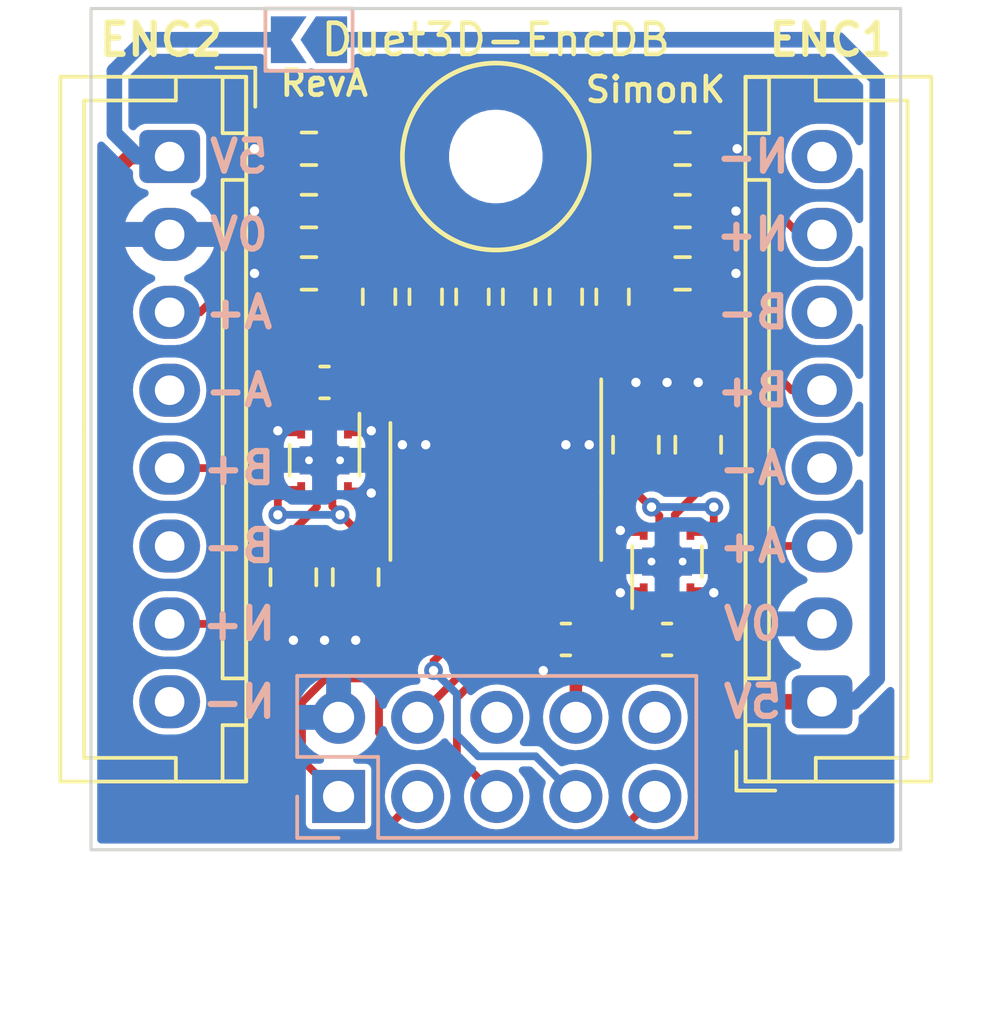
<source format=kicad_pcb>
(kicad_pcb (version 20211014) (generator pcbnew)
  (layers (0 "F.Cu" signal) (31 "B.Cu" signal) (34 "B.Paste" user) (35 "F.Paste" user) (36 "B.SilkS" user "B.Silkscreen") (37 "F.SilkS" user "F.Silkscreen") (38 "B.Mask" user) (39 "F.Mask" user) (44 "Edge.Cuts" user))
  (net 0 "")
  (net 1 "GND")
  (net 2 "+3V3")
  (net 8 "/ENC2_B")
  (net 9 "/ENC2_N")
  (net 10 "/ENC1_B")
  (net 11 "/ENC1_A")
  (net 13 "/ENC1_N")
  (net 14 "/ENC2_A")
  (net 15 "Net-(J2-Pad3)")
  (net 16 "Net-(J2-Pad5)")
  (net 17 "Net-(J2-Pad7)")
  (net 19 "Net-(J3-Pad3)")
  (net 20 "Net-(J3-Pad5)")
  (net 21 "Net-(J3-Pad7)")
  (net 23 "Net-(R1-Pad1)")
  (net 24 "Net-(R2-Pad1)")
  (net 25 "Net-(R3-Pad1)")
  (net 26 "Net-(R4-Pad1)")
  (net 27 "Net-(R5-Pad1)")
  (net 28 "Net-(R6-Pad1)")
  (net 31 "Net-(C2-Pad1)")
  (net 32 "Net-(C2-Pad2)")
  (net 33 "/ENC1_5V")
  (net 34 "Net-(C5-Pad1)")
  (net 35 "Net-(C5-Pad2)")
  (net 36 "/ENC2_5V")
  (footprint "Resistor_SMD:R_0603_1608Metric" (layer "F.Cu") (at 106 82.5 180)
    (fp_text reference "R9" hide)
    (fp_text value "10K")
    (fp_line (start -0.237258 0.5225) (end 0.237258 0.5225) (layer "F.SilkS") (width 0.12))
    (fp_line (start -0.237258 -0.5225) (end 0.237258 -0.5225) (layer "F.SilkS") (width 0.12))
    (pad "1" smd roundrect (at -0.825 0 180) (size 0.8 0.95) (layers "F.Cu" "F.Paste" "F.Mask") (net 1 "GND"))
    (pad "2" smd roundrect (at 0.825 0 180) (size 0.8 0.95) (layers "F.Cu" "F.Paste" "F.Mask") (net 16 "Net-(J2-Pad5)"))
  )
  (footprint "Capacitor_SMD:C_0603_1608Metric" (layer "F.Cu") (at 102.25 96.25 180)
    (fp_text reference "C7" hide)
    (fp_text value "1u/10V")
    (fp_line (start -0.14058 -0.51) (end 0.14058 -0.51) (layer "F.SilkS") (width 0.12))
    (fp_line (start -0.14058 0.51) (end 0.14058 0.51) (layer "F.SilkS") (width 0.12))
    (pad "1" smd roundrect (at -0.775 0 180) (size 0.9 0.95) (layers "F.Cu" "F.Paste" "F.Mask") (net 2 "+3V3"))
    (pad "2" smd roundrect (at 0.775 0 180) (size 0.9 0.95) (layers "F.Cu" "F.Paste" "F.Mask") (net 1 "GND"))
  )
  (footprint "Capacitor_SMD:C_0603_1608Metric" (layer "F.Cu") (at 105.5 96.25 180)
    (fp_text reference "C2" hide)
    (fp_text value "1u/10V")
    (fp_line (start -0.14058 -0.51) (end 0.14058 -0.51) (layer "F.SilkS") (width 0.12))
    (fp_line (start -0.14058 0.51) (end 0.14058 0.51) (layer "F.SilkS") (width 0.12))
    (pad "1" smd roundrect (at -0.775 0 180) (size 0.9 0.95) (layers "F.Cu" "F.Paste" "F.Mask") (net 31 "Net-(C2-Pad1)"))
    (pad "2" smd roundrect (at 0.775 0 180) (size 0.9 0.95) (layers "F.Cu" "F.Paste" "F.Mask") (net 32 "Net-(C2-Pad2)"))
  )
  (footprint "Capacitor_SMD:C_0805_2012Metric" (layer "F.Cu") (at 106.5 90 90)
    (fp_text reference "C3" hide)
    (fp_text value "10u/10V")
    (fp_line (start -0.261252 0.735) (end 0.261252 0.735) (layer "F.SilkS") (width 0.12))
    (fp_line (start -0.261252 -0.735) (end 0.261252 -0.735) (layer "F.SilkS") (width 0.12))
    (pad "1" smd roundrect (at -0.95 0 90) (size 1 1.45) (layers "F.Cu" "F.Paste" "F.Mask") (net 33 "/ENC1_5V"))
    (pad "2" smd roundrect (at 0.95 0 90) (size 1 1.45) (layers "F.Cu" "F.Paste" "F.Mask") (net 1 "GND"))
  )
  (footprint "Package_SO:TSSOP-20_4.4x6.5mm_P0.65mm" (layer "F.Cu") (at 100 91.5 -90)
    (fp_text reference "U3" hide)
    (fp_text value "74LVC541A")
    (fp_line (start 0 -3.385) (end -3.6 -3.385) (layer "F.SilkS") (width 0.12))
    (fp_line (start 0 3.385) (end 2.2 3.385) (layer "F.SilkS") (width 0.12))
    (fp_line (start 0 -3.385) (end 2.2 -3.385) (layer "F.SilkS") (width 0.12))
    (fp_line (start 0 3.385) (end -2.2 3.385) (layer "F.SilkS") (width 0.12))
    (pad "1" smd roundrect (at -2.8625 -2.925 270) (size 1.475 0.4) (layers "F.Cu" "F.Paste" "F.Mask") (net 1 "GND"))
    (pad "2" smd roundrect (at -2.8625 -2.275 270) (size 1.475 0.4) (layers "F.Cu" "F.Paste" "F.Mask") (net 1 "GND"))
    (pad "3" smd roundrect (at -2.8625 -1.625 270) (size 1.475 0.4) (layers "F.Cu" "F.Paste" "F.Mask") (net 23 "Net-(R1-Pad1)"))
    (pad "4" smd roundrect (at -2.8625 -0.975 270) (size 1.475 0.4) (layers "F.Cu" "F.Paste" "F.Mask") (net 24 "Net-(R2-Pad1)"))
    (pad "5" smd roundrect (at -2.8625 -0.325 270) (size 1.475 0.4) (layers "F.Cu" "F.Paste" "F.Mask") (net 25 "Net-(R3-Pad1)"))
    (pad "6" smd roundrect (at -2.8625 0.325 270) (size 1.475 0.4) (layers "F.Cu" "F.Paste" "F.Mask") (net 26 "Net-(R4-Pad1)"))
    (pad "7" smd roundrect (at -2.8625 0.975 270) (size 1.475 0.4) (layers "F.Cu" "F.Paste" "F.Mask") (net 27 "Net-(R5-Pad1)"))
    (pad "8" smd roundrect (at -2.8625 1.625 270) (size 1.475 0.4) (layers "F.Cu" "F.Paste" "F.Mask") (net 28 "Net-(R6-Pad1)"))
    (pad "9" smd roundrect (at -2.8625 2.275 270) (size 1.475 0.4) (layers "F.Cu" "F.Paste" "F.Mask") (net 1 "GND"))
    (pad "10" smd roundrect (at -2.8625 2.925 270) (size 1.475 0.4) (layers "F.Cu" "F.Paste" "F.Mask") (net 1 "GND"))
    (pad "11" smd roundrect (at 2.8625 2.925 270) (size 1.475 0.4) (layers "F.Cu" "F.Paste" "F.Mask"))
    (pad "12" smd roundrect (at 2.8625 2.275 270) (size 1.475 0.4) (layers "F.Cu" "F.Paste" "F.Mask") (net 9 "/ENC2_N"))
    (pad "13" smd roundrect (at 2.8625 1.625 270) (size 1.475 0.4) (layers "F.Cu" "F.Paste" "F.Mask") (net 8 "/ENC2_B"))
    (pad "14" smd roundrect (at 2.8625 0.975 270) (size 1.475 0.4) (layers "F.Cu" "F.Paste" "F.Mask") (net 14 "/ENC2_A"))
    (pad "15" smd roundrect (at 2.8625 0.325 270) (size 1.475 0.4) (layers "F.Cu" "F.Paste" "F.Mask") (net 13 "/ENC1_N"))
    (pad "16" smd roundrect (at 2.8625 -0.325 270) (size 1.475 0.4) (layers "F.Cu" "F.Paste" "F.Mask") (net 10 "/ENC1_B"))
    (pad "17" smd roundrect (at 2.8625 -0.975 270) (size 1.475 0.4) (layers "F.Cu" "F.Paste" "F.Mask") (net 11 "/ENC1_A"))
    (pad "18" smd roundrect (at 2.8625 -1.625 270) (size 1.475 0.4) (layers "F.Cu" "F.Paste" "F.Mask"))
    (pad "19" smd roundrect (at 2.8625 -2.275 270) (size 1.475 0.4) (layers "F.Cu" "F.Paste" "F.Mask") (net 1 "GND"))
    (pad "20" smd roundrect (at 2.8625 -2.925 270) (size 1.475 0.4) (layers "F.Cu" "F.Paste" "F.Mask") (net 2 "+3V3"))
  )
  (footprint "Resistor_SMD:R_0603_1608Metric" (layer "F.Cu") (at 96.25 85.25 90)
    (fp_text reference "R6" hide)
    (fp_text value "100R")
    (fp_line (start -0.237258 -0.5225) (end 0.237258 -0.5225) (layer "F.SilkS") (width 0.12))
    (fp_line (start -0.237258 0.5225) (end 0.237258 0.5225) (layer "F.SilkS") (width 0.12))
    (pad "1" smd roundrect (at -0.825 0 90) (size 0.8 0.95) (layers "F.Cu" "F.Paste" "F.Mask") (net 28 "Net-(R6-Pad1)"))
    (pad "2" smd roundrect (at 0.825 0 90) (size 0.8 0.95) (layers "F.Cu" "F.Paste" "F.Mask") (net 21 "Net-(J3-Pad7)"))
  )
  (footprint "Resistor_SMD:R_0603_1608Metric" (layer "F.Cu") (at 100.75 85.25 90)
    (fp_text reference "R3" hide)
    (fp_text value "100R")
    (fp_line (start -0.237258 -0.5225) (end 0.237258 -0.5225) (layer "F.SilkS") (width 0.12))
    (fp_line (start -0.237258 0.5225) (end 0.237258 0.5225) (layer "F.SilkS") (width 0.12))
    (pad "1" smd roundrect (at -0.825 0 90) (size 0.8 0.95) (layers "F.Cu" "F.Paste" "F.Mask") (net 25 "Net-(R3-Pad1)"))
    (pad "2" smd roundrect (at 0.825 0 90) (size 0.8 0.95) (layers "F.Cu" "F.Paste" "F.Mask") (net 17 "Net-(J2-Pad7)"))
  )
  (footprint "Resistor_SMD:R_0603_1608Metric" (layer "F.Cu") (at 102.25 85.25 90)
    (fp_text reference "R2" hide)
    (fp_text value "100R")
    (fp_line (start -0.237258 0.5225) (end 0.237258 0.5225) (layer "F.SilkS") (width 0.12))
    (fp_line (start -0.237258 -0.5225) (end 0.237258 -0.5225) (layer "F.SilkS") (width 0.12))
    (pad "1" smd roundrect (at -0.825 0 90) (size 0.8 0.95) (layers "F.Cu" "F.Paste" "F.Mask") (net 24 "Net-(R2-Pad1)"))
    (pad "2" smd roundrect (at 0.825 0 90) (size 0.8 0.95) (layers "F.Cu" "F.Paste" "F.Mask") (net 16 "Net-(J2-Pad5)"))
  )
  (footprint "Capacitor_SMD:C_0805_2012Metric" (layer "F.Cu") (at 95.5 94.25 -90)
    (fp_text reference "C4" hide)
    (fp_text value "10u/10V")
    (fp_line (start -0.261252 -0.735) (end 0.261252 -0.735) (layer "F.SilkS") (width 0.12))
    (fp_line (start -0.261252 0.735) (end 0.261252 0.735) (layer "F.SilkS") (width 0.12))
    (pad "1" smd roundrect (at -0.95 0 270) (size 1 1.45) (layers "F.Cu" "F.Paste" "F.Mask") (net 2 "+3V3"))
    (pad "2" smd roundrect (at 0.95 0 270) (size 1 1.45) (layers "F.Cu" "F.Paste" "F.Mask") (net 1 "GND"))
  )
  (footprint "Capacitor_SMD:C_0805_2012Metric" (layer "F.Cu") (at 93.5 94.25 -90)
    (fp_text reference "C6" hide)
    (fp_text value "10u/10V")
    (fp_line (start -0.261252 -0.735) (end 0.261252 -0.735) (layer "F.SilkS") (width 0.12))
    (fp_line (start -0.261252 0.735) (end 0.261252 0.735) (layer "F.SilkS") (width 0.12))
    (pad "1" smd roundrect (at -0.95 0 270) (size 1 1.45) (layers "F.Cu" "F.Paste" "F.Mask") (net 36 "/ENC2_5V"))
    (pad "2" smd roundrect (at 0.95 0 270) (size 1 1.45) (layers "F.Cu" "F.Paste" "F.Mask") (net 1 "GND"))
  )
  (footprint "Capacitor_SMD:C_0805_2012Metric" (layer "F.Cu") (at 104.5 90 90)
    (fp_text reference "C1" hide)
    (fp_text value "10u/10V")
    (fp_line (start -0.261252 0.735) (end 0.261252 0.735) (layer "F.SilkS") (width 0.12))
    (fp_line (start -0.261252 -0.735) (end 0.261252 -0.735) (layer "F.SilkS") (width 0.12))
    (pad "1" smd roundrect (at -0.95 0 90) (size 1 1.45) (layers "F.Cu" "F.Paste" "F.Mask") (net 2 "+3V3"))
    (pad "2" smd roundrect (at 0.95 0 90) (size 1 1.45) (layers "F.Cu" "F.Paste" "F.Mask") (net 1 "GND"))
  )
  (footprint "Resistor_SMD:R_0603_1608Metric" (layer "F.Cu") (at 94 82.5)
    (fp_text reference "R10" hide)
    (fp_text value "10K")
    (fp_line (start -0.237258 -0.5225) (end 0.237258 -0.5225) (layer "F.SilkS") (width 0.12))
    (fp_line (start -0.237258 0.5225) (end 0.237258 0.5225) (layer "F.SilkS") (width 0.12))
    (pad "1" smd roundrect (at -0.825 0) (size 0.8 0.95) (layers "F.Cu" "F.Paste" "F.Mask") (net 1 "GND"))
    (pad "2" smd roundrect (at 0.825 0) (size 0.8 0.95) (layers "F.Cu" "F.Paste" "F.Mask") (net 20 "Net-(J3-Pad5)"))
  )
  (footprint "Resistor_SMD:R_0603_1608Metric" (layer "F.Cu") (at 103.75 85.25 90)
    (fp_text reference "R1" hide)
    (fp_text value "100R")
    (fp_line (start -0.237258 -0.5225) (end 0.237258 -0.5225) (layer "F.SilkS") (width 0.12))
    (fp_line (start -0.237258 0.5225) (end 0.237258 0.5225) (layer "F.SilkS") (width 0.12))
    (pad "1" smd roundrect (at -0.825 0 90) (size 0.8 0.95) (layers "F.Cu" "F.Paste" "F.Mask") (net 23 "Net-(R1-Pad1)"))
    (pad "2" smd roundrect (at 0.825 0 90) (size 0.8 0.95) (layers "F.Cu" "F.Paste" "F.Mask") (net 15 "Net-(J2-Pad3)"))
  )
  (footprint "Resistor_SMD:R_0603_1608Metric" (layer "F.Cu") (at 106 84.5 180)
    (fp_text reference "R7" hide)
    (fp_text value "10K")
    (fp_line (start -0.237258 0.5225) (end 0.237258 0.5225) (layer "F.SilkS") (width 0.12))
    (fp_line (start -0.237258 -0.5225) (end 0.237258 -0.5225) (layer "F.SilkS") (width 0.12))
    (pad "1" smd roundrect (at -0.825 0 180) (size 0.8 0.95) (layers "F.Cu" "F.Paste" "F.Mask") (net 1 "GND"))
    (pad "2" smd roundrect (at 0.825 0 180) (size 0.8 0.95) (layers "F.Cu" "F.Paste" "F.Mask") (net 15 "Net-(J2-Pad3)"))
  )
  (footprint "Connector_JST:JST_XH_B8B-XH-A_1x08_P2.50mm_Vertical" (layer "F.Cu") (at 89.525 80.75 -90)
    (fp_text reference "J3" hide)
    (fp_text value "Conn_01x08")
    (fp_line (start -0.75 -1.7) (end -0.75 -2.45) (layer "F.SilkS") (width 0.12))
    (fp_line (start -2.56 3.51) (end 20.06 3.51) (layer "F.SilkS") (width 0.12))
    (fp_line (start -0.75 -2.45) (end -2.55 -2.45) (layer "F.SilkS") (width 0.12))
    (fp_line (start -2.55 -2.45) (end -2.55 -1.7) (layer "F.SilkS") (width 0.12))
    (fp_line (start 20.06 3.51) (end 20.06 -2.46) (layer "F.SilkS") (width 0.12))
    (fp_line (start 20.06 -2.46) (end -2.56 -2.46) (layer "F.SilkS") (width 0.12))
    (fp_line (start -1.8 -0.2) (end -1.8 2.75) (layer "F.SilkS") (width 0.12))
    (fp_line (start 19.3 2.75) (end 8.75 2.75) (layer "F.SilkS") (width 0.12))
    (fp_line (start -2.85 -2.75) (end -2.85 -1.5) (layer "F.SilkS") (width 0.12))
    (fp_line (start -2.56 -2.46) (end -2.56 3.51) (layer "F.SilkS") (width 0.12))
    (fp_line (start 20.05 -0.2) (end 19.3 -0.2) (layer "F.SilkS") (width 0.12))
    (fp_line (start -2.55 -0.2) (end -1.8 -0.2) (layer "F.SilkS") (width 0.12))
    (fp_line (start 0.75 -1.7) (end 16.75 -1.7) (layer "F.SilkS") (width 0.12))
    (fp_line (start -1.6 -2.75) (end -2.85 -2.75) (layer "F.SilkS") (width 0.12))
    (fp_line (start 0.75 -2.45) (end 0.75 -1.7) (layer "F.SilkS") (width 0.12))
    (fp_line (start 20.05 -1.7) (end 20.05 -2.45) (layer "F.SilkS") (width 0.12))
    (fp_line (start 18.25 -2.45) (end 18.25 -1.7) (layer "F.SilkS") (width 0.12))
    (fp_line (start 20.05 -2.45) (end 18.25 -2.45) (layer "F.SilkS") (width 0.12))
    (fp_line (start -2.55 -1.7) (end -0.75 -1.7) (layer "F.SilkS") (width 0.12))
    (fp_line (start -1.8 2.75) (end 8.75 2.75) (layer "F.SilkS") (width 0.12))
    (fp_line (start 19.3 -0.2) (end 19.3 2.75) (layer "F.SilkS") (width 0.12))
    (fp_line (start 16.75 -2.45) (end 0.75 -2.45) (layer "F.SilkS") (width 0.12))
    (fp_line (start 18.25 -1.7) (end 20.05 -1.7) (layer "F.SilkS") (width 0.12))
    (fp_line (start 16.75 -1.7) (end 16.75 -2.45) (layer "F.SilkS") (width 0.12))
    (pad "1" thru_hole roundrect (at 0 0 270) (size 1.7 1.95) (drill 0.95) (layers *.Cu *.Mask) (roundrect_rratio 0.1470588235) (net 36 "/ENC2_5V"))
    (pad "2" thru_hole oval (at 2.5 0 270) (size 1.7 1.95) (drill 0.95) (layers *.Cu *.Mask) (net 1 "GND"))
    (pad "3" thru_hole oval (at 5 0 270) (size 1.7 1.95) (drill 0.95) (layers *.Cu *.Mask) (net 19 "Net-(J3-Pad3)"))
    (pad "4" thru_hole oval (at 7.5 0 270) (size 1.7 1.95) (drill 0.95) (layers *.Cu *.Mask))
    (pad "5" thru_hole oval (at 10 0 270) (size 1.7 1.95) (drill 0.95) (layers *.Cu *.Mask) (net 20 "Net-(J3-Pad5)"))
    (pad "6" thru_hole oval (at 12.5 0 270) (size 1.7 1.95) (drill 0.95) (layers *.Cu *.Mask))
    (pad "7" thru_hole oval (at 15 0 270) (size 1.7 1.95) (drill 0.95) (layers *.Cu *.Mask) (net 21 "Net-(J3-Pad7)"))
    (pad "8" thru_hole oval (at 17.5 0 270) (size 1.7 1.95) (drill 0.95) (layers *.Cu *.Mask))
  )
  (footprint "Package_SON:WSON-8-1EP_2x2mm_P0.5mm_EP0.9x1.6mm_ThermalVias" (layer "F.Cu") (at 94.5 90.5 -90)
    (fp_text reference "U2" hide)
    (fp_text value "LM2775DSG")
    (fp_line (start 0.5 1.12) (end -0.5 1.12) (layer "F.SilkS") (width 0.12))
    (fp_line (start -1.5 -1.12) (end 0.5 -1.12) (layer "F.SilkS") (width 0.12))
    (pad "1" smd rect (at -0.95 -0.75 270) (size 0.5 0.25) (layers "F.Cu" "F.Paste" "F.Mask") (net 1 "GND"))
    (pad "2" smd rect (at -0.95 -0.25 270) (size 0.5 0.25) (layers "F.Cu" "F.Paste" "F.Mask") (net 35 "Net-(C5-Pad2)"))
    (pad "3" smd rect (at -0.95 0.25 270) (size 0.5 0.25) (layers "F.Cu" "F.Paste" "F.Mask") (net 34 "Net-(C5-Pad1)"))
    (pad "4" smd rect (at -0.95 0.75 270) (size 0.5 0.25) (layers "F.Cu" "F.Paste" "F.Mask") (net 1 "GND"))
    (pad "5" smd rect (at 0.95 0.75 270) (size 0.5 0.25) (layers "F.Cu" "F.Paste" "F.Mask") (net 2 "+3V3"))
    (pad "6" smd rect (at 0.95 0.25 270) (size 0.5 0.25) (layers "F.Cu" "F.Paste" "F.Mask") (net 36 "/ENC2_5V"))
    (pad "7" smd rect (at 0.95 -0.25 270) (size 0.5 0.25) (layers "F.Cu" "F.Paste" "F.Mask") (net 2 "+3V3"))
    (pad "8" smd rect (at 0.95 -0.75 270) (size 0.5 0.25) (layers "F.Cu" "F.Paste" "F.Mask") (net 1 "GND"))
    (pad "9" thru_hole circle (at 0 0.5 270) (size 0.6 0.6) (drill 0.25) (layers *.Cu) (net 1 "GND"))
    (pad "9" smd rect (at 0 0 270) (size 0.9 1.6) (layers "B.Cu") (net 1 "GND"))
    (pad "9" smd rect (at 0 0 270) (size 0.9 1.6) (layers "F.Cu" "F.Mask") (net 1 "GND"))
    (pad "9" thru_hole circle (at 0 -0.5 270) (size 0.6 0.6) (drill 0.25) (layers *.Cu) (net 1 "GND"))
  )
  (footprint "Package_SON:WSON-8-1EP_2x2mm_P0.5mm_EP0.9x1.6mm_ThermalVias" (layer "F.Cu") (at 105.5 93.75 90)
    (fp_text reference "U1" hide)
    (fp_text value "LM2775DSG")
    (fp_line (start -1.5 -1.12) (end 0.5 -1.12) (layer "F.SilkS") (width 0.12))
    (fp_line (start 0.5 1.12) (end -0.5 1.12) (layer "F.SilkS") (width 0.12))
    (pad "1" smd rect (at -0.95 -0.75 90) (size 0.5 0.25) (layers "F.Cu" "F.Paste" "F.Mask") (net 1 "GND"))
    (pad "2" smd rect (at -0.95 -0.25 90) (size 0.5 0.25) (layers "F.Cu" "F.Paste" "F.Mask") (net 32 "Net-(C2-Pad2)"))
    (pad "3" smd rect (at -0.95 0.25 90) (size 0.5 0.25) (layers "F.Cu" "F.Paste" "F.Mask") (net 31 "Net-(C2-Pad1)"))
    (pad "4" smd rect (at -0.95 0.75 90) (size 0.5 0.25) (layers "F.Cu" "F.Paste" "F.Mask") (net 1 "GND"))
    (pad "5" smd rect (at 0.95 0.75 90) (size 0.5 0.25) (layers "F.Cu" "F.Paste" "F.Mask") (net 2 "+3V3"))
    (pad "6" smd rect (at 0.95 0.25 90) (size 0.5 0.25) (layers "F.Cu" "F.Paste" "F.Mask") (net 33 "/ENC1_5V"))
    (pad "7" smd rect (at 0.95 -0.25 90) (size 0.5 0.25) (layers "F.Cu" "F.Paste" "F.Mask") (net 2 "+3V3"))
    (pad "8" smd rect (at 0.95 -0.75 90) (size 0.5 0.25) (layers "F.Cu" "F.Paste" "F.Mask") (net 1 "GND"))
    (pad "9" smd rect (at 0 0 90) (size 0.9 1.6) (layers "F.Cu" "F.Mask") (net 1 "GND"))
    (pad "9" thru_hole circle (at 0 -0.5 90) (size 0.6 0.6) (drill 0.25) (layers *.Cu) (net 1 "GND"))
    (pad "9" thru_hole circle (at 0 0.5 90) (size 0.6 0.6) (drill 0.25) (layers *.Cu) (net 1 "GND"))
    (pad "9" smd rect (at 0 0 90) (size 0.9 1.6) (layers "B.Cu") (net 1 "GND"))
  )
  (footprint "Resistor_SMD:R_0603_1608Metric" (layer "F.Cu") (at 99.25 85.25 90)
    (fp_text reference "R4" hide)
    (fp_text value "100R")
    (fp_line (start -0.237258 -0.5225) (end 0.237258 -0.5225) (layer "F.SilkS") (width 0.12))
    (fp_line (start -0.237258 0.5225) (end 0.237258 0.5225) (layer "F.SilkS") (width 0.12))
    (pad "1" smd roundrect (at -0.825 0 90) (size 0.8 0.95) (layers "F.Cu" "F.Paste" "F.Mask") (net 26 "Net-(R4-Pad1)"))
    (pad "2" smd roundrect (at 0.825 0 90) (size 0.8 0.95) (layers "F.Cu" "F.Paste" "F.Mask") (net 19 "Net-(J3-Pad3)"))
  )
  (footprint "MountingHole:MountingHole_2.5mm" (layer "F.Cu") (at 100 80.74934)
    (fp_text reference "H1" hide)
    (fp_text value "MountingHole")
    (pad "" np_thru_hole circle locked (at 0 0) (size 2.5 2.5) (drill 2.5) (layers *.Cu *.Mask))
  )
  (footprint "Resistor_SMD:R_0603_1608Metric" (layer "F.Cu") (at 97.75 85.25 90)
    (fp_text reference "R5" hide)
    (fp_text value "100R")
    (fp_line (start -0.237258 -0.5225) (end 0.237258 -0.5225) (layer "F.SilkS") (width 0.12))
    (fp_line (start -0.237258 0.5225) (end 0.237258 0.5225) (layer "F.SilkS") (width 0.12))
    (pad "1" smd roundrect (at -0.825 0 90) (size 0.8 0.95) (layers "F.Cu" "F.Paste" "F.Mask") (net 27 "Net-(R5-Pad1)"))
    (pad "2" smd roundrect (at 0.825 0 90) (size 0.8 0.95) (layers "F.Cu" "F.Paste" "F.Mask") (net 20 "Net-(J3-Pad5)"))
  )
  (footprint "Capacitor_SMD:C_0603_1608Metric" (layer "F.Cu") (at 94.5 88)
    (fp_text reference "C5" hide)
    (fp_text value "1u/10V")
    (fp_line (start -0.14058 0.51) (end 0.14058 0.51) (layer "F.SilkS") (width 0.12))
    (fp_line (start -0.14058 -0.51) (end 0.14058 -0.51) (layer "F.SilkS") (width 0.12))
    (pad "1" smd roundrect (at -0.775 0) (size 0.9 0.95) (layers "F.Cu" "F.Paste" "F.Mask") (net 34 "Net-(C5-Pad1)"))
    (pad "2" smd roundrect (at 0.775 0) (size 0.9 0.95) (layers "F.Cu" "F.Paste" "F.Mask") (net 35 "Net-(C5-Pad2)"))
  )
  (footprint "Resistor_SMD:R_0603_1608Metric" (layer "F.Cu") (at 106 80.5 180)
    (fp_text reference "R11" hide)
    (fp_text value "10K")
    (fp_line (start -0.237258 -0.5225) (end 0.237258 -0.5225) (layer "F.SilkS") (width 0.12))
    (fp_line (start -0.237258 0.5225) (end 0.237258 0.5225) (layer "F.SilkS") (width 0.12))
    (pad "1" smd roundrect (at -0.825 0 180) (size 0.8 0.95) (layers "F.Cu" "F.Paste" "F.Mask") (net 1 "GND"))
    (pad "2" smd roundrect (at 0.825 0 180) (size 0.8 0.95) (layers "F.Cu" "F.Paste" "F.Mask") (net 17 "Net-(J2-Pad7)"))
  )
  (footprint "Resistor_SMD:R_0603_1608Metric" (layer "F.Cu") (at 94 84.5)
    (fp_text reference "R12" hide)
    (fp_text value "10K")
    (fp_line (start -0.237258 -0.5225) (end 0.237258 -0.5225) (layer "F.SilkS") (width 0.12))
    (fp_line (start -0.237258 0.5225) (end 0.237258 0.5225) (layer "F.SilkS") (width 0.12))
    (pad "1" smd roundrect (at -0.825 0) (size 0.8 0.95) (layers "F.Cu" "F.Paste" "F.Mask") (net 1 "GND"))
    (pad "2" smd roundrect (at 0.825 0) (size 0.8 0.95) (layers "F.Cu" "F.Paste" "F.Mask") (net 21 "Net-(J3-Pad7)"))
  )
  (footprint "Resistor_SMD:R_0603_1608Metric" (layer "F.Cu") (at 94 80.5)
    (fp_text reference "R8" hide)
    (fp_text value "10K")
    (fp_line (start -0.237258 -0.5225) (end 0.237258 -0.5225) (layer "F.SilkS") (width 0.12))
    (fp_line (start -0.237258 0.5225) (end 0.237258 0.5225) (layer "F.SilkS") (width 0.12))
    (pad "1" smd roundrect (at -0.825 0) (size 0.8 0.95) (layers "F.Cu" "F.Paste" "F.Mask") (net 1 "GND"))
    (pad "2" smd roundrect (at 0.825 0) (size 0.8 0.95) (layers "F.Cu" "F.Paste" "F.Mask") (net 19 "Net-(J3-Pad3)"))
  )
  (footprint "Connector_JST:JST_XH_B8B-XH-A_1x08_P2.50mm_Vertical" (layer "F.Cu") (at 110.475 98.25 90)
    (fp_text reference "J2" hide)
    (fp_text value "Conn_01x08")
    (fp_line (start -0.75 -1.7) (end -0.75 -2.45) (layer "F.SilkS") (width 0.12))
    (fp_line (start 18.25 -2.45) (end 18.25 -1.7) (layer "F.SilkS") (width 0.12))
    (fp_line (start -2.56 -2.46) (end -2.56 3.51) (layer "F.SilkS") (width 0.12))
    (fp_line (start 18.25 -1.7) (end 20.05 -1.7) (layer "F.SilkS") (width 0.12))
    (fp_line (start 20.05 -1.7) (end 20.05 -2.45) (layer "F.SilkS") (width 0.12))
    (fp_line (start -1.8 -0.2) (end -1.8 2.75) (layer "F.SilkS") (width 0.12))
    (fp_line (start 16.75 -1.7) (end 16.75 -2.45) (layer "F.SilkS") (width 0.12))
    (fp_line (start 20.05 -0.2) (end 19.3 -0.2) (layer "F.SilkS") (width 0.12))
    (fp_line (start -1.8 2.75) (end 8.75 2.75) (layer "F.SilkS") (width 0.12))
    (fp_line (start -1.6 -2.75) (end -2.85 -2.75) (layer "F.SilkS") (width 0.12))
    (fp_line (start -2.55 -2.45) (end -2.55 -1.7) (layer "F.SilkS") (width 0.12))
    (fp_line (start 19.3 -0.2) (end 19.3 2.75) (layer "F.SilkS") (width 0.12))
    (fp_line (start 20.06 -2.46) (end -2.56 -2.46) (layer "F.SilkS") (width 0.12))
    (fp_line (start -2.55 -1.7) (end -0.75 -1.7) (layer "F.SilkS") (width 0.12))
    (fp_line (start 19.3 2.75) (end 8.75 2.75) (layer "F.SilkS") (width 0.12))
    (fp_line (start 0.75 -1.7) (end 16.75 -1.7) (layer "F.SilkS") (width 0.12))
    (fp_line (start 20.06 3.51) (end 20.06 -2.46) (layer "F.SilkS") (width 0.12))
    (fp_line (start -2.55 -0.2) (end -1.8 -0.2) (layer "F.SilkS") (width 0.12))
    (fp_line (start -2.85 -2.75) (end -2.85 -1.5) (layer "F.SilkS") (width 0.12))
    (fp_line (start 0.75 -2.45) (end 0.75 -1.7) (layer "F.SilkS") (width 0.12))
    (fp_line (start -0.75 -2.45) (end -2.55 -2.45) (layer "F.SilkS") (width 0.12))
    (fp_line (start -2.56 3.51) (end 20.06 3.51) (layer "F.SilkS") (width 0.12))
    (fp_line (start 20.05 -2.45) (end 18.25 -2.45) (layer "F.SilkS") (width 0.12))
    (fp_line (start 16.75 -2.45) (end 0.75 -2.45) (layer "F.SilkS") (width 0.12))
    (pad "1" thru_hole roundrect (at 0 0 90) (size 1.7 1.95) (drill 0.95) (layers *.Cu *.Mask) (roundrect_rratio 0.1470588235) (net 33 "/ENC1_5V"))
    (pad "2" thru_hole oval (at 2.5 0 90) (size 1.7 1.95) (drill 0.95) (layers *.Cu *.Mask) (net 1 "GND"))
    (pad "3" thru_hole oval (at 5 0 90) (size 1.7 1.95) (drill 0.95) (layers *.Cu *.Mask) (net 15 "Net-(J2-Pad3)"))
    (pad "4" thru_hole oval (at 7.5 0 90) (size 1.7 1.95) (drill 0.95) (layers *.Cu *.Mask))
    (pad "5" thru_hole oval (at 10 0 90) (size 1.7 1.95) (drill 0.95) (layers *.Cu *.Mask) (net 16 "Net-(J2-Pad5)"))
    (pad "6" thru_hole oval (at 12.5 0 90) (size 1.7 1.95) (drill 0.95) (layers *.Cu *.Mask))
    (pad "7" thru_hole oval (at 15 0 90) (size 1.7 1.95) (drill 0.95) (layers *.Cu *.Mask) (net 17 "Net-(J2-Pad7)"))
    (pad "8" thru_hole oval (at 17.5 0 90) (size 1.7 1.95) (drill 0.95) (layers *.Cu *.Mask))
  )
  (footprint "Jumper:SolderJumper-2_P1.3mm_Open_TrianglePad1.0x1.5mm" (layer "B.Cu") (at 94 77 180)
    (fp_text reference "JP1" hide)
    (fp_text value "Jumper_2_Open")
    (fp_line (start -1.4 -1) (end -1.4 1) (layer "B.SilkS") (width 0.12))
    (fp_line (start 1.4 -1) (end -1.4 -1) (layer "B.SilkS") (width 0.12))
    (fp_line (start 1.4 1) (end 1.4 -1) (layer "B.SilkS") (width 0.12))
    (fp_line (start -1.4 1) (end 1.4 1) (layer "B.SilkS") (width 0.12))
    (pad "1" smd custom locked (at -0.725 0 180) (size 0.3 0.3) (layers "B.Cu" "B.Mask") (net 33 "/ENC1_5V") (options (clearance outline) (anchor rect)) (primitives (gr_poly (pts (xy 1 0) (xy 0.5 -0.75) (xy -0.5 -0.75) (xy -0.5 0.75) (xy 0.5 0.75)) (width 0) (fill yes))))
    (pad "2" smd custom locked (at 0.725 0 180) (size 0.3 0.3) (layers "B.Cu" "B.Mask") (net 36 "/ENC2_5V") (options (clearance outline) (anchor rect)) (primitives (gr_poly (pts (xy 0.5 -0.75) (xy -0.65 -0.75) (xy -0.15 0) (xy -0.65 0.75) (xy 0.5 0.75)) (width 0) (fill yes))))
  )
  (footprint "Connector_PinSocket_2.54mm:PinSocket_2x05_P2.54mm_Vertical" (layer "B.Cu") (at 94.95 101.29 -90)
    (fp_text reference "J1" hide)
    (fp_text value "Conn_02x05_Odd_Even")
    (fp_line (start -1.27 -1.27) (end 1.33 -1.27) (layer "B.SilkS") (width 0.12))
    (fp_line (start -3.87 1.33) (end -1.27 1.33) (layer "B.SilkS") (width 0.12))
    (fp_line (start 1.33 -1.27) (end 1.33 -11.49) (layer "B.SilkS") (width 0.12))
    (fp_line (start -3.87 -11.49) (end 1.33 -11.49) (layer "B.SilkS") (width 0.12))
    (fp_line (start 0 1.33) (end 1.33 1.33) (layer "B.SilkS") (width 0.12))
    (fp_line (start -1.27 1.33) (end -1.27 -1.27) (layer "B.SilkS") (width 0.12))
    (fp_line (start -3.87 1.33) (end -3.87 -11.49) (layer "B.SilkS") (width 0.12))
    (fp_line (start 1.33 1.33) (end 1.33 0) (layer "B.SilkS") (width 0.12))
    (pad "1" thru_hole rect locked (at 0 0 270) (size 1.7 1.7) (drill 1) (layers *.Cu *.Mask) (net 8 "/ENC2_B"))
    (pad "2" thru_hole oval locked (at -2.54 0 270) (size 1.7 1.7) (drill 1) (layers *.Cu *.Mask) (net 1 "GND"))
    (pad "3" thru_hole oval locked (at 0 -2.54 270) (size 1.7 1.7) (drill 1) (layers *.Cu *.Mask) (net 9 "/ENC2_N"))
    (pad "4" thru_hole oval locked (at -2.54 -2.54 270) (size 1.7 1.7) (drill 1) (layers *.Cu *.Mask) (net 10 "/ENC1_B"))
    (pad "5" thru_hole oval locked (at 0 -5.08 270) (size 1.7 1.7) (drill 1) (layers *.Cu *.Mask) (net 11 "/ENC1_A"))
    (pad "6" thru_hole oval locked (at -2.54 -5.08 270) (size 1.7 1.7) (drill 1) (layers *.Cu *.Mask))
    (pad "7" thru_hole oval locked (at 0 -7.62 270) (size 1.7 1.7) (drill 1) (layers *.Cu *.Mask) (net 13 "/ENC1_N"))
    (pad "8" thru_hole oval locked (at -2.54 -7.62 270) (size 1.7 1.7) (drill 1) (layers *.Cu *.Mask) (net 2 "+3V3"))
    (pad "9" thru_hole oval locked (at 0 -10.16 270) (size 1.7 1.7) (drill 1) (layers *.Cu *.Mask) (net 14 "/ENC2_A"))
    (pad "10" thru_hole oval locked (at -2.54 -10.16 270) (size 1.7 1.7) (drill 1) (layers *.Cu *.Mask))
  )
  (gr_circle (center 100 80.75) (end 100 77.75) (layer "F.SilkS") (width 0.15) (fill none))
  (gr_line locked (start 113 103) (end 113 76) (layer "Edge.Cuts") (width 0.1))
  (gr_line locked (start 87 76) (end 87 103) (layer "Edge.Cuts") (width 0.1))
  (gr_line locked (start 87 103) (end 113 103) (layer "Edge.Cuts") (width 0.1))
  (gr_line locked (start 113 76) (end 87 76) (layer "Edge.Cuts") (width 0.1))
  (gr_text "B+" (at 91.75 90.75) (layer "B.SilkS") (effects (font (size 1 1) (thickness 0.2)) (justify mirror)))
  (gr_text "B+" (at 108.25 88.25) (layer "B.SilkS") (effects (font (size 1 1) (thickness 0.2)) (justify mirror)))
  (gr_text "A-" (at 108.25 90.75) (layer "B.SilkS") (effects (font (size 1 1) (thickness 0.2)) (justify mirror)))
  (gr_text "A-" (at 91.75 88.25) (layer "B.SilkS") (effects (font (size 1 1) (thickness 0.2)) (justify mirror)))
  (gr_text "N-" (at 91.75 98.25) (layer "B.SilkS") (effects (font (size 1 1) (thickness 0.2)) (justify mirror)))
  (gr_text "A+" (at 91.75 85.75) (layer "B.SilkS") (effects (font (size 1 1) (thickness 0.2)) (justify mirror)))
  (gr_text "N+" (at 108.25 83.25) (layer "B.SilkS") (effects (font (size 1 1) (thickness 0.2)) (justify mirror)))
  (gr_text "B-" (at 108.25 85.75) (layer "B.SilkS") (effects (font (size 1 1) (thickness 0.2)) (justify mirror)))
  (gr_text "0V" (at 91.75 83.25) (layer "B.SilkS") (effects (font (size 1 1) (thickness 0.2)) (justify mirror)))
  (gr_text "0V" (at 108.25 95.75) (layer "B.SilkS") (effects (font (size 1 1) (thickness 0.2)) (justify mirror)))
  (gr_text "A+" (at 108.25 93.25) (layer "B.SilkS") (effects (font (size 1 1) (thickness 0.2)) (justify mirror)))
  (gr_text "N-" (at 108.25 80.75) (layer "B.SilkS") (effects (font (size 1 1) (thickness 0.2)) (justify mirror)))
  (gr_text "N+" (at 91.75 95.75) (layer "B.SilkS") (effects (font (size 1 1) (thickness 0.2)) (justify mirror)))
  (gr_text "B-" (at 91.75 93.25) (layer "B.SilkS") (effects (font (size 1 1) (thickness 0.2)) (justify mirror)))
  (gr_text "5V" (at 91.75 80.75) (layer "B.SilkS") (effects (font (size 1 1) (thickness 0.2)) (justify mirror)))
  (gr_text "5V" (at 108.25 98.25) (layer "B.SilkS") (effects (font (size 1 1) (thickness 0.2)) (justify mirror)))
  (gr_text "Duet3D-EncDB" (at 100 77) (layer "F.SilkS") (effects (font (size 1 1))))
  (gr_text "ENC1" (at 110.75 77) (layer "F.SilkS") (effects (font (size 1 1) (thickness 0.2))))
  (gr_text "RevA" (at 93 78.4) (layer "F.SilkS") (effects (font (size 0.8 0.8)) (justify left)))
  (gr_text "ENC2" (at 89.25 77) (layer "F.SilkS") (effects (font (size 1 1) (thickness 0.2))))
  (gr_text "SimonK\n" (at 102.8 78.6) (layer "F.SilkS") (effects (font (size 0.8 0.8)) (justify left)))
  (segment (start 93.05 89.6) (end 93.75 89.6) (width 0.25) (layer "F.Cu") (net 1))
  (segment (start 102.925 88.6375) (end 102.925 89.925) (width 0.4) (layer "F.Cu") (net 1))
  (segment (start 101.5 96.25) (end 101.5 97.225) (width 0.4) (layer "F.Cu") (net 1))
  (segment (start 102.275 94.3625) (end 102.275 95.475) (width 0.4) (layer "F.Cu") (net 1))
  (segment (start 104 92.75) (end 104.05 92.8) (width 0.25) (layer "F.Cu") (net 1))
  (segment (start 103 90) (end 102.25 90) (width 0.6) (layer "F.Cu") (net 1))
  (segment (start 104 94.75) (end 104.05 94.7) (width 0.25) (layer "F.Cu") (net 1))
  (segment (start 93.175 84.5) (end 92.25 84.5) (width 0.25) (layer "F.Cu") (net 1))
  (segment (start 101.5 97.225) (end 101.525 97.25) (width 0.4) (layer "F.Cu") (net 1))
  (segment (start 96 89.55) (end 95.95 89.6) (width 0.25) (layer "F.Cu") (net 1))
  (segment (start 102.275 95.475) (end 101.543573 96.206427) (width 0.4) (layer "F.Cu") (net 1))
  (segment (start 103 90) (end 102.925 89.925) (width 0.4) (layer "F.Cu") (net 1))
  (segment (start 104.05 92.8) (end 104.75 92.8) (width 0.25) (layer "F.Cu") (net 1))
  (segment (start 102.275 88.6375) (end 102.275 89.975) (width 0.4) (layer "F.Cu") (net 1))
  (segment (start 106.7875 84.5) (end 107.7125 84.5) (width 0.25) (layer "F.Cu") (net 1))
  (segment (start 106.5 89.05) (end 106.5 88) (width 0.4) (layer "F.Cu") (net 1))
  (segment (start 106.7875 82.5) (end 107.7125 82.5) (width 0.25) (layer "F.Cu") (net 1))
  (segment (start 107 94.75) (end 106.95 94.7) (width 0.25) (layer "F.Cu") (net 1))
  (segment (start 93 89.55) (end 93.05 89.6) (width 0.25) (layer "F.Cu") (net 1))
  (segment (start 93.5 95.225) (end 93.5 96.275) (width 0.4) (layer "F.Cu") (net 1))
  (segment (start 93.175 80.5) (end 92.25 80.5) (width 0.25) (layer "F.Cu") (net 1))
  (segment (start 102.25 90) (end 102.275 89.975) (width 0.4) (layer "F.Cu") (net 1))
  (segment (start 95.5 95.225) (end 95.5 96.275) (width 0.4) (layer "F.Cu") (net 1))
  (segment (start 97.075 89.925) (end 97 90) (width 0.4) (layer "F.Cu") (net 1))
  (segment (start 93.175 82.5) (end 92.25 82.5) (width 0.25) (layer "F.Cu") (net 1))
  (segment (start 106.5 88) (end 104.5 88) (width 0.6) (layer "F.Cu") (net 1))
  (segment (start 97.725 88.6375) (end 97.725 89.975) (width 0.4) (layer "F.Cu") (net 1))
  (segment (start 97.75 90) (end 97 90) (width 0.6) (layer "F.Cu") (net 1))
  (segment (start 95.95 91.5) (end 95.25 91.5) (width 0.25) (layer "F.Cu") (net 1))
  (segment (start 97.075 88.6375) (end 97.075 89.925) (width 0.4) (layer "F.Cu") (net 1))
  (segment (start 104.5 89.05) (end 104.5 88) (width 0.4) (layer "F.Cu") (net 1))
  (segment (start 106.95 94.7) (end 106.25 94.7) (width 0.25) (layer "F.Cu") (net 1))
  (segment (start 104.05 94.7) (end 104.75 94.7) (width 0.25) (layer "F.Cu") (net 1))
  (segment (start 106.825 80.5) (end 107.75 80.5) (width 0.25) (layer "F.Cu") (net 1))
  (segment (start 97.725 89.975) (end 97.75 90) (width 0.4) (layer "F.Cu") (net 1))
  (segment (start 93.5 96.275) (end 95.5 96.275) (width 0.6) (layer "F.Cu") (net 1))
  (segment (start 96 91.55) (end 95.95 91.5) (width 0.25) (layer "F.Cu") (net 1))
  (segment (start 95.95 89.6) (end 95.25 89.6) (width 0.25) (layer "F.Cu") (net 1))
  (via (at 107.75 80.5) (size 0.6) (drill 0.3) (layers "F.Cu" "B.Cu") (net 1))
  (via (at 92.25 82.5) (size 0.6) (drill 0.3) (layers "F.Cu" "B.Cu") (net 1))
  (via (at 92.25 80.5) (size 0.6) (drill 0.3) (layers "F.Cu" "B.Cu") (net 1))
  (via (at 104 94.75) (size 0.6) (drill 0.3) (layers "F.Cu" "B.Cu") (net 1))
  (via (at 106.5 88) (size 0.6) (drill 0.3) (layers "F.Cu" "B.Cu") (net 1))
  (via (at 94.5 96.275) (size 0.6) (drill 0.3) (layers "F.Cu" "B.Cu") (net 1))
  (via (at 103 90) (size 0.6) (drill 0.3) (layers "F.Cu" "B.Cu") (net 1))
  (via (at 92.25 84.5) (size 0.6) (drill 0.3) (layers "F.Cu" "B.Cu") (net 1))
  (via (at 104 92.75) (size 0.6) (drill 0.3) (layers "F.Cu" "B.Cu") (net 1))
  (via (at 93 89.55) (size 0.6) (drill 0.3) (layers "F.Cu" "B.Cu") (net 1))
  (via (at 93.5 96.275) (size 0.6) (drill 0.3) (layers "F.Cu" "B.Cu") (net 1))
  (via (at 104.5 88) (size 0.6) (drill 0.3) (layers "F.Cu" "B.Cu") (net 1))
  (via (at 107.7125 84.5) (size 0.6) (drill 0.3) (layers "F.Cu" "B.Cu") (net 1))
  (via (at 96 91.55) (size 0.6) (drill 0.3) (layers "F.Cu" "B.Cu") (net 1))
  (via (at 102.25 90) (size 0.6) (drill 0.3) (layers "F.Cu" "B.Cu") (net 1))
  (via (at 107 94.75) (size 0.6) (drill 0.3) (layers "F.Cu" "B.Cu") (net 1))
  (via (at 97.75 90) (size 0.6) (drill 0.3) (layers "F.Cu" "B.Cu") (net 1))
  (via (at 97 90) (size 0.6) (drill 0.3) (layers "F.Cu" "B.Cu") (net 1))
  (via (at 101.525 97.25) (size 0.6) (drill 0.3) (layers "F.Cu" "B.Cu") (net 1))
  (via (at 105.5 88) (size 0.6) (drill 0.3) (layers "F.Cu" "B.Cu") (net 1))
  (via (at 95.5 96.275) (size 0.6) (drill 0.3) (layers "F.Cu" "B.Cu") (net 1))
  (via (at 107.7125 82.5) (size 0.6) (drill 0.3) (layers "F.Cu" "B.Cu") (net 1))
  (via (at 96 89.55) (size 0.6) (drill 0.3) (layers "F.Cu" "B.Cu") (net 1))
  (segment (start 104.5 90.95) (end 103.55 90.95) (width 0.4) (layer "F.Cu") (net 2))
  (segment (start 102.925 93.075) (end 102.825 93.075) (width 0.4) (layer "F.Cu") (net 2))
  (segment (start 106.25 92.8) (end 106.7 92.8) (width 0.25) (layer "F.Cu") (net 2))
  (segment (start 93 91.75) (end 93 92.25) (width 0.25) (layer "F.Cu") (net 2))
  (segment (start 102.925 93.075) (end 102.925 91.575) (width 0.4) (layer "F.Cu") (net 2))
  (segment (start 93.3 91.45) (end 93 91.75) (width 0.25) (layer "F.Cu") (net 2))
  (segment (start 102.925 91.575) (end 103.55 90.95) (width 0.4) (layer "F.Cu") (net 2))
  (segment (start 94.75 91.974022) (end 95.5 92.724022) (width 0.25) (layer "F.Cu") (net 2))
  (segment (start 104.5 91.525978) (end 105.25 92.275978) (width 0.25) (layer "F.Cu") (net 2))
  (segment (start 103.025 95.425) (end 102.925 95.325) (width 0.4) (layer "F.Cu") (net 2))
  (segment (start 105.25 92.275978) (end 105.25 92.8) (width 0.25) (layer "F.Cu") (net 2))
  (segment (start 102.57 97.68) (end 103.025 97.225) (width 0.4) (layer "F.Cu") (net 2))
  (segment (start 107 92.5) (end 107 92) (width 0.25) (layer "F.Cu") (net 2))
  (segment (start 93.75 91.45) (end 93.3 91.45) (width 0.25) (layer "F.Cu") (net 2))
  (segment (start 95.5 93.3) (end 95.5 92.724022) (width 0.25) (layer "F.Cu") (net 2))
  (segment (start 102.57 98.75) (end 102.57 97.68) (width 0.4) (layer "F.Cu") (net 2))
  (segment (start 103.025 96.25) (end 103.025 95.425) (width 0.4) (layer "F.Cu") (net 2))
  (segment (start 102.825 93.075) (end 102.5 92.75) (width 0.4) (layer "F.Cu") (net 2))
  (segment (start 102.925 94.3625) (end 102.925 93.075) (width 0.4) (layer "F.Cu") (net 2))
  (segment (start 96.45 93.3) (end 95.5 93.3) (width 0.4) (layer "F.Cu") (net 2))
  (segment (start 102.925 94.3625) (end 102.925 95.325) (width 0.4) (layer "F.Cu") (net 2))
  (segment (start 104.5 90.95) (end 104.5 91.525978) (width 0.25) (layer "F.Cu") (net 2))
  (segment (start 94.75 91.45) (end 94.75 91.974022) (width 0.25) (layer "F.Cu") (net 2))
  (segment (start 106.7 92.8) (end 107 92.5) (width 0.25) (layer "F.Cu") (net 2))
  (segment (start 102.5 92.75) (end 97 92.75) (width 0.4) (layer "F.Cu") (net 2))
  (segment (start 97 92.75) (end 96.45 93.3) (width 0.4) (layer "F.Cu") (net 2))
  (segment (start 103.025 97.225) (end 103.025 96.25) (width 0.4) (layer "F.Cu") (net 2))
  (via (at 107 92) (size 0.6) (drill 0.3) (layers "F.Cu" "B.Cu") (net 2))
  (via (at 93 92.25) (size 0.6) (drill 0.3) (layers "F.Cu" "B.Cu") (net 2))
  (via (at 105 92) (size 0.6) (drill 0.3) (layers "F.Cu" "B.Cu") (net 2))
  (via (at 95 92.25) (size 0.6) (drill 0.3) (layers "F.Cu" "B.Cu") (net 2))
  (segment (start 95 92.25) (end 93 92.25) (width 0.25) (layer "B.Cu") (net 2))
  (segment (start 105 92) (end 107 92) (width 0.25) (layer "B.Cu") (net 2))
  (segment (start 93.775489 98.263501) (end 93.775489 100.115489) (width 0.25) (layer "F.Cu") (net 8))
  (segment (start 94.53899 97.5) (end 93.775489 98.263501) (width 0.25) (layer "F.Cu") (net 8))
  (segment (start 98.375 95.135718) (end 96.010718 97.5) (width 0.25) (layer "F.Cu") (net 8))
  (segment (start 93.775489 100.115489) (end 94.95 101.29) (width 0.25) (layer "F.Cu") (net 8))
  (segment (start 98.375 94.3625) (end 98.375 95.135718) (width 0.25) (layer "F.Cu") (net 8))
  (segment (start 96.010718 97.5) (end 94.53899 97.5) (width 0.25) (layer "F.Cu") (net 8))
  (segment (start 94.314762 97.04952) (end 93.25 98.114282) (width 0.25) (layer "F.Cu") (net 9))
  (segment (start 97.49 101.31) (end 97.49 101.29) (width 0.25) (layer "F.Cu") (net 9))
  (segment (start 96.3 102.5) (end 97.49 101.31) (width 0.25) (layer "F.Cu") (net 9))
  (segment (start 97.725 95.050361) (end 96.04952 96.725841) (width 0.25) (layer "F.Cu") (net 9))
  (segment (start 93.25 98.114282) (end 93.25 102) (width 0.25) (layer "F.Cu") (net 9))
  (segment (start 97.725 94.3625) (end 97.725 95.050361) (width 0.25) (layer "F.Cu") (net 9))
  (segment (start 93.25 102) (end 93.75 102.5) (width 0.25) (layer "F.Cu") (net 9))
  (segment (start 95.727618 97.04952) (end 94.314762 97.04952) (width 0.25) (layer "F.Cu") (net 9))
  (segment (start 96.04952 96.727618) (end 95.727618 97.04952) (width 0.25) (layer "F.Cu") (net 9))
  (segment (start 93.75 102.5) (end 96.3 102.5) (width 0.25) (layer "F.Cu") (net 9))
  (segment (start 98.80048 96.786665) (end 100.325 95.262144) (width 0.25) (layer "F.Cu") (net 10))
  (segment (start 97.49 98.75) (end 98.80048 97.43952) (width 0.25) (layer "F.Cu") (net 10))
  (segment (start 100.325 95.262144) (end 100.325 94.3625) (width 0.25) (layer "F.Cu") (net 10))
  (segment (start 98.80048 96.94952) (end 98.80048 96.786665) (width 0.25) (layer "F.Cu") (net 10))
  (segment (start 98.80048 97.43952) (end 98.80048 96.94952) (width 0.25) (layer "F.Cu") (net 10))
  (segment (start 100.03 101.29) (end 98.75 100.01) (width 0.25) (layer "F.Cu") (net 11))
  (segment (start 99.25 96.972862) (end 100.975 95.247862) (width 0.25) (layer "F.Cu") (net 11))
  (segment (start 99.25 97.625718) (end 99.25 96.972862) (width 0.25) (layer "F.Cu") (net 11))
  (segment (start 98.75 100.01) (end 98.75 98.125718) (width 0.25) (layer "F.Cu") (net 11))
  (segment (start 100.975 95.247862) (end 100.975 94.3625) (width 0.25) (layer "F.Cu") (net 11))
  (segment (start 98.75 98.125718) (end 99.25 97.625718) (width 0.25) (layer "F.Cu") (net 11))
  (segment (start 100.975 94.3625) (end 100.975 95.275) (width 0.25) (layer "F.Cu") (net 11))
  (segment (start 99.675 95.276426) (end 99.675 94.3625) (width 0.25) (layer "F.Cu") (net 13))
  (segment (start 98 97.25) (end 98 96.951426) (width 0.25) (layer "F.Cu") (net 13))
  (segment (start 98 96.951426) (end 99.675 95.276426) (width 0.25) (layer "F.Cu") (net 13))
  (via (at 98 97.25) (size 0.6) (drill 0.3) (layers "F.Cu" "B.Cu") (net 13))
  (segment (start 101.28 100) (end 99.434495 100) (width 0.25) (layer "B.Cu") (net 13))
  (segment (start 98.75 99.315505) (end 98.75 98) (width 0.25) (layer "B.Cu") (net 13))
  (segment (start 99.434495 100) (end 98.75 99.315505) (width 0.25) (layer "B.Cu") (net 13))
  (segment (start 98.75 98) (end 98 97.25) (width 0.25) (layer "B.Cu") (net 13))
  (segment (start 102.57 101.29) (end 101.28 100) (width 0.25) (layer "B.Cu") (net 13))
  (segment (start 97.115489 100.115489) (end 97.976499 100.115489) (width 0.25) (layer "F.Cu") (net 14))
  (segment (start 103.9 102.5) (end 105.11 101.29) (width 0.25) (layer "F.Cu") (net 14))
  (segment (start 98.75 102) (end 99.25 102.5) (width 0.25) (layer "F.Cu") (net 14))
  (segment (start 99.025 95.225) (end 96.25 98) (width 0.25) (layer "F.Cu") (net 14))
  (segment (start 96.25 99.25) (end 97.115489 100.115489) (width 0.25) (layer "F.Cu") (net 14))
  (segment (start 96.25 98) (end 96.25 99.25) (width 0.25) (layer "F.Cu") (net 14))
  (segment (start 97.976499 100.115489) (end 98.75 100.88899) (width 0.25) (layer "F.Cu") (net 14))
  (segment (start 98.75 100.88899) (end 98.75 102) (width 0.25) (layer "F.Cu") (net 14))
  (segment (start 99.25 102.5) (end 103.9 102.5) (width 0.25) (layer "F.Cu") (net 14))
  (segment (start 99.025 94.3625) (end 99.025 95.225) (width 0.25) (layer "F.Cu") (net 14))
  (segment (start 108.75 88.75) (end 105.75 85.75) (width 0.25) (layer "F.Cu") (net 15))
  (segment (start 110.475 93.25) (end 109.25 93.25) (width 0.25) (layer "F.Cu") (net 15))
  (segment (start 103.75 84.425) (end 105.1 84.425) (width 0.25) (layer "F.Cu") (net 15))
  (segment (start 105.175 85.175) (end 105.175 84.5) (width 0.25) (layer "F.Cu") (net 15))
  (segment (start 109.25 93.25) (end 108.75 92.75) (width 0.25) (layer "F.Cu") (net 15))
  (segment (start 105.1 84.425) (end 105.175 84.5) (width 0.25) (layer "F.Cu") (net 15))
  (segment (start 108.75 92.75) (end 108.75 88.75) (width 0.25) (layer "F.Cu") (net 15))
  (segment (start 105.75 85.75) (end 105.175 85.175) (width 0.25) (layer "F.Cu") (net 15))
  (segment (start 105.75 83.5) (end 102.7125 83.5) (width 0.25) (layer "F.Cu") (net 16))
  (segment (start 108.5 87.25) (end 108.5 84) (width 0.25) (layer "F.Cu") (net 16))
  (segment (start 102.7125 83.5) (end 102.25 83.9625) (width 0.25) (layer "F.Cu") (net 16))
  (segment (start 108.5 84) (end 108 83.5) (width 0.25) (layer "F.Cu") (net 16))
  (segment (start 109.5 88.25) (end 108.5 87.25) (width 0.25) (layer "F.Cu") (net 16))
  (segment (start 102.25 83.9625) (end 102.25 84.425) (width 0.25) (layer "F.Cu") (net 16))
  (segment (start 108 83.5) (end 105.5 83.5) (width 0.25) (layer "F.Cu") (net 16))
  (segment (start 110.475 88.25) (end 109.5 88.25) (width 0.25) (layer "F.Cu") (net 16))
  (segment (start 105.175 83.175) (end 105.175 82.5) (width 0.25) (layer "F.Cu") (net 16))
  (segment (start 105.5 83.5) (end 105.175 83.175) (width 0.25) (layer "F.Cu") (net 16))
  (segment (start 100.75 84.425) (end 100.75 84) (width 0.25) (layer "F.Cu") (net 17))
  (segment (start 109.75 83.25) (end 108 81.5) (width 0.25) (layer "F.Cu") (net 17))
  (segment (start 100.75 84) (end 103.25 81.5) (width 0.25) (layer "F.Cu") (net 17))
  (segment (start 110.475 83.25) (end 109.75 83.25) (width 0.25) (layer "F.Cu") (net 17))
  (segment (start 103.25 81.5) (end 105.5 81.5) (width 0.25) (layer "F.Cu") (net 17))
  (segment (start 108 81.5) (end 105.5 81.5) (width 0.25) (layer "F.Cu") (net 17))
  (segment (start 105.5 81.5) (end 105.175 81.175) (width 0.25) (layer "F.Cu") (net 17))
  (segment (start 105.175 81.175) (end 105.175 80.5) (width 0.25) (layer "F.Cu") (net 17))
  (segment (start 90.5 85.75) (end 91 85.25) (width 0.25) (layer "F.Cu") (net 19))
  (segment (start 94.825 81.075) (end 95.25 81.5) (width 0.25) (layer "F.Cu") (net 19))
  (segment (start 99.25 84) (end 99.25 84.425) (width 0.25) (layer "F.Cu") (net 19))
  (segment (start 96.75 81.5) (end 99.25 84) (width 0.25) (layer "F.Cu") (net 19))
  (segment (start 89.525 85.75) (end 90.5 85.75) (width 0.25) (layer "F.Cu") (net 19))
  (segment (start 94.825 80.5) (end 94.825 81.075) (width 0.25) (layer "F.Cu") (net 19))
  (segment (start 92 81.5) (end 95.25 81.5) (width 0.25) (layer "F.Cu") (net 19))
  (segment (start 91 85.25) (end 91 84) (width 0.25) (layer "F.Cu") (net 19))
  (segment (start 95.25 81.5) (end 96.75 81.5) (width 0.25) (layer "F.Cu") (net 19))
  (segment (start 91 84) (end 91.5 83.5) (width 0.25) (layer "F.Cu") (net 19))
  (segment (start 91.5 82) (end 92 81.5) (width 0.25) (layer "F.Cu") (net 19))
  (segment (start 91.5 83.5) (end 91.5 82) (width 0.25) (layer "F.Cu") (net 19))
  (segment (start 94.825 82.5) (end 94.825 83.075) (width 0.25) (layer "F.Cu") (net 20))
  (segment (start 97.25 83.5) (end 97.75 84) (width 0.25) (layer "F.Cu") (net 20))
  (segment (start 90.75 90.75) (end 91.5 90) (width 0.25) (layer "F.Cu") (net 20))
  (segment (start 92.25 83.5) (end 95.25 83.5) (width 0.25) (layer "F.Cu") (net 20))
  (segment (start 94.825 83.075) (end 95.25 83.5) (width 0.25) (layer "F.Cu") (net 20))
  (segment (start 95.25 83.5) (end 97.25 83.5) (width 0.25) (layer "F.Cu") (net 20))
  (segment (start 91.5 90) (end 91.5 84.25) (width 0.25) (layer "F.Cu") (net 20))
  (segment (start 89.525 90.75) (end 90.75 90.75) (width 0.25) (layer "F.Cu") (net 20))
  (segment (start 97.75 84) (end 97.75 84.425) (width 0.25) (layer "F.Cu") (net 20))
  (segment (start 91.5 84.25) (end 92.25 83.5) (width 0.25) (layer "F.Cu") (net 20))
  (segment (start 89.525 95.75) (end 90.75 95.75) (width 0.25) (layer "F.Cu") (net 21))
  (segment (start 96.25 84.425) (end 94.9 84.425) (width 0.25) (layer "F.Cu") (net 21))
  (segment (start 91.25 93.25) (end 92 92.5) (width 0.25) (layer "F.Cu") (net 21))
  (segment (start 90.75 95.75) (end 91.25 95.25) (width 0.25) (layer "F.Cu") (net 21))
  (segment (start 92 92.5) (end 92 88.5) (width 0.25) (layer "F.Cu") (net 21))
  (segment (start 91.25 95.25) (end 91.25 93.25) (width 0.25) (layer "F.Cu") (net 21))
  (segment (start 94.9 84.425) (end 94.825 84.5) (width 0.25) (layer "F.Cu") (net 21))
  (segment (start 92 88) (end 92 88.5) (width 0.25) (layer "F.Cu") (net 21))
  (segment (start 94.825 85.175) (end 92 88) (width 0.25) (layer "F.Cu") (net 21))
  (segment (start 94.825 84.5) (end 94.825 85.175) (width 0.25) (layer "F.Cu") (net 21))
  (segment (start 101.625 87.875) (end 102.25 87.25) (width 0.25) (layer "F.Cu") (net 23))
  (segment (start 103.75 86.75) (end 103.75 86.075) (width 0.25) (layer "F.Cu") (net 23))
  (segment (start 103.25 87.25) (end 103.75 86.75) (width 0.25) (layer "F.Cu") (net 23))
  (segment (start 102.25 87.25) (end 103.25 87.25) (width 0.25) (layer "F.Cu") (net 23))
  (segment (start 101.625 88.6375) (end 101.625 87.875) (width 0.25) (layer "F.Cu") (net 23))
  (segment (start 102.25 86.5) (end 102.25 86.075) (width 0.25) (layer "F.Cu") (net 24))
  (segment (start 100.975 88.6375) (end 100.975 87.775) (width 0.25) (layer "F.Cu") (net 24))
  (segment (start 100.975 87.775) (end 102.25 86.5) (width 0.25) (layer "F.Cu") (net 24))
  (segment (start 100.75 87.25) (end 100.75 86.075) (width 0.25) (layer "F.Cu") (net 25))
  (segment (start 100.325 88.6375) (end 100.325 87.675) (width 0.25) (layer "F.Cu") (net 25))
  (segment (start 100.325 87.675) (end 100.75 87.25) (width 0.25) (layer "F.Cu") (net 25))
  (segment (start 99.25 87.25) (end 99.25 86.075) (width 0.25) (layer "F.Cu") (net 26))
  (segment (start 99.675 88.6375) (end 99.675 87.675) (width 0.25) (layer "F.Cu") (net 26))
  (segment (start 99.675 87.675) (end 99.25 87.25) (width 0.25) (layer "F.Cu") (net 26))
  (segment (start 97.75 86.5) (end 97.75 86.075) (width 0.25) (layer "F.Cu") (net 27))
  (segment (start 99.025 87.775) (end 97.75 86.5) (width 0.25) (layer "F.Cu") (net 27))
  (segment (start 99.025 88.6375) (end 99.025 87.775) (width 0.25) (layer "F.Cu") (net 27))
  (segment (start 96.75 87.25) (end 96.25 86.75) (width 0.25) (layer "F.Cu") (net 28))
  (segment (start 98.375 87.875) (end 97.75 87.25) (width 0.25) (layer "F.Cu") (net 28))
  (segment (start 98.375 88.6375) (end 98.375 87.875) (width 0.25) (layer "F.Cu") (net 28))
  (segment (start 97.75 87.25) (end 96.75 87.25) (width 0.25) (layer "F.Cu") (net 28))
  (segment (start 96.25 86.75) (end 96.25 86.075) (width 0.25) (layer "F.Cu") (net 28))
  (segment (start 105.75 94.7) (end 105.75 95.25) (width 0.25) (layer "F.Cu") (net 31))
  (segment (start 106.275 95.775) (end 106.275 96.25) (width 0.25) (layer "F.Cu") (net 31))
  (segment (start 105.75 95.25) (end 106.275 95.775) (width 0.25) (layer "F.Cu") (net 31))
  (segment (start 104.725 95.775) (end 104.725 96.25) (width 0.25) (layer "F.Cu") (net 32))
  (segment (start 105.25 95.25) (end 104.725 95.775) (width 0.25) (layer "F.Cu") (net 32))
  (segment (start 105.25 94.7) (end 105.25 95.25) (width 0.25) (layer "F.Cu") (net 32))
  (segment (start 107.7 90.95) (end 108 91.25) (width 0.5) (layer "F.Cu") (net 33))
  (segment (start 105.75 92.8) (end 105.75 92.25) (width 0.25) (layer "F.Cu") (net 33))
  (segment (start 108 97.25) (end 109 98.25) (width 0.5) (layer "F.Cu") (net 33))
  (segment (start 108 91.25) (end 108 97.25) (width 0.5) (layer "F.Cu") (net 33))
  (segment (start 106.5 90.95) (end 107.7 90.95) (width 0.5) (layer "F.Cu") (net 33))
  (segment (start 109 98.25) (end 110.475 98.25) (width 0.5) (layer "F.Cu") (net 33))
  (segment (start 106.5 91.5) (end 106.5 90.95) (width 0.25) (layer "F.Cu") (net 33))
  (segment (start 105.75 92.25) (end 106.5 91.5) (width 0.25) (layer "F.Cu") (net 33))
  (segment (start 110.475 98.25) (end 111.5 98.25) (width 0.5) (layer "B.Cu") (net 33))
  (segment (start 111 77) (end 94.725 77) (width 0.5) (layer "B.Cu") (net 33))
  (segment (start 111.5 98.25) (end 112.25 97.5) (width 0.5) (layer "B.Cu") (net 33))
  (segment (start 112.25 97.5) (end 112.25 78.25) (width 0.5) (layer "B.Cu") (net 33))
  (segment (start 112.25 78.25) (end 111 77) (width 0.5) (layer "B.Cu") (net 33))
  (segment (start 93.725 88) (end 93.725 88.475) (width 0.25) (layer "F.Cu") (net 34))
  (segment (start 93.725 88.475) (end 94.25 89) (width 0.25) (layer "F.Cu") (net 34))
  (segment (start 94.25 89) (end 94.25 89.55) (width 0.25) (layer "F.Cu") (net 34))
  (segment (start 95.275 88) (end 95.275 88.475) (width 0.25) (layer "F.Cu") (net 35))
  (segment (start 94.75 89) (end 94.75 89.55) (width 0.25) (layer "F.Cu") (net 35))
  (segment (start 95.275 88.475) (end 94.75 89) (width 0.25) (layer "F.Cu") (net 35))
  (segment (start 94.25 91.45) (end 94.25 92) (width 0.25) (layer "F.Cu") (net 36))
  (segment (start 93.5 92.75) (end 93.5 93.3) (width 0.25) (layer "F.Cu") (net 36))
  (segment (start 88.5 100) (end 87.75 99.25) (width 0.5) (layer "F.Cu") (net 36))
  (segment (start 87.75 81.25) (end 88.25 80.75) (width 0.5) (layer "F.Cu") (net 36))
  (segment (start 92 93.75) (end 92 98.5) (width 0.5) (layer "F.Cu") (net 36))
  (segment (start 94.25 92) (end 93.5 92.75) (width 0.25) (layer "F.Cu") (net 36))
  (segment (start 90.5 100) (end 88.5 100) (width 0.5) (layer "F.Cu") (net 36))
  (segment (start 88.25 80.75) (end 89.525 80.75) (width 0.5) (layer "F.Cu") (net 36))
  (segment (start 92.45 93.3) (end 92 93.75) (width 0.5) (layer "F.Cu") (net 36))
  (segment (start 87.75 99.25) (end 87.75 81.25) (width 0.5) (layer "F.Cu") (net 36))
  (segment (start 92 98.5) (end 90.5 100) (width 0.5) (layer "F.Cu") (net 36))
  (segment (start 93.5 93.3) (end 92.45 93.3) (width 0.5) (layer "F.Cu") (net 36))
  (segment (start 87.75 78) (end 88.75 77) (width 0.5) (layer "B.Cu") (net 36))
  (segment (start 88.75 77) (end 93 77) (width 0.5) (layer "B.Cu") (net 36))
  (segment (start 89.525 80.75) (end 88.5 80.75) (width 0.5) (layer "B.Cu") (net 36))
  (segment (start 88.5 80.75) (end 87.75 80) (width 0.5) (layer "B.Cu") (net 36))
  (segment (start 87.75 80) (end 87.75 78) (width 0.5) (layer "B.Cu") (net 36))
  (zone (net 1) (net_name "GND") (layer "B.Cu") (connect_pads (clearance 0.2)) (min_thickness 0.254) (fill yes (thermal_gap 0.508) (thermal_bridge_width 0.8))
    (polygon (pts (xy 113 76) (xy 113 103) (xy 87 103) (xy 87 76)))
  )
)
</source>
